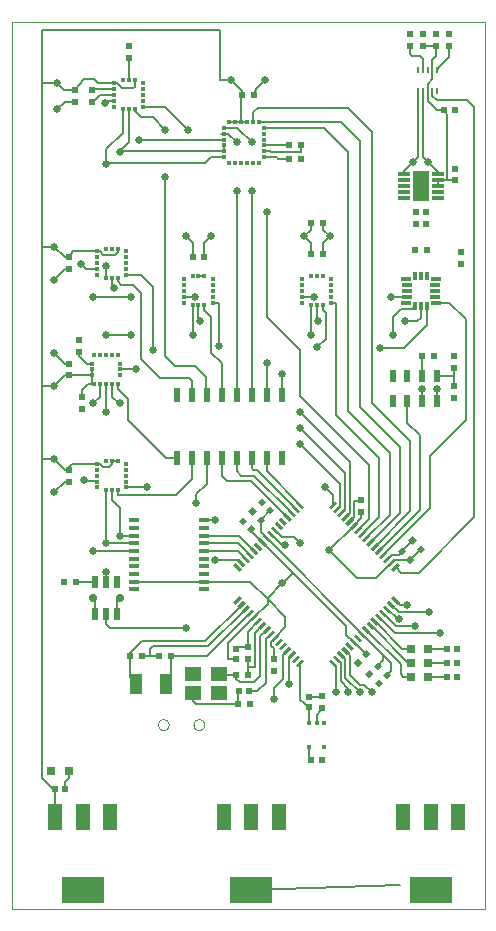
<source format=gtl>
G75*
G70*
%OFA0B0*%
%FSLAX24Y24*%
%IPPOS*%
%LPD*%
%AMOC8*
5,1,8,0,0,1.08239X$1,22.5*
%
%ADD10C,0.0000*%
%ADD11R,0.0089X0.0236*%
%ADD12R,0.0197X0.0197*%
%ADD13R,0.0136X0.0177*%
%ADD14R,0.0177X0.0136*%
%ADD15R,0.0217X0.0413*%
%ADD16R,0.0118X0.0157*%
%ADD17R,0.0217X0.0236*%
%ADD18R,0.0341X0.0118*%
%ADD19R,0.0364X0.0118*%
%ADD20R,0.0118X0.0315*%
%ADD21R,0.0106X0.0295*%
%ADD22R,0.0197X0.0197*%
%ADD23R,0.0236X0.0217*%
%ADD24R,0.0394X0.0709*%
%ADD25R,0.0551X0.0472*%
%ADD26R,0.0315X0.0315*%
%ADD27R,0.0480X0.0880*%
%ADD28R,0.1417X0.0866*%
%ADD29R,0.0335X0.0157*%
%ADD30R,0.0118X0.0170*%
%ADD31R,0.0118X0.0177*%
%ADD32R,0.0170X0.0118*%
%ADD33R,0.0177X0.0118*%
%ADD34R,0.0236X0.0500*%
%ADD35R,0.0217X0.0394*%
%ADD36R,0.0394X0.0118*%
%ADD37R,0.0551X0.1024*%
%ADD38C,0.0060*%
%ADD39C,0.0250*%
%ADD40C,0.0280*%
D10*
X000852Y002089D02*
X000862Y031636D01*
X016610Y031636D01*
X016610Y002099D01*
X000852Y002089D01*
X005725Y008229D02*
X005727Y008255D01*
X005733Y008281D01*
X005743Y008306D01*
X005756Y008329D01*
X005772Y008349D01*
X005792Y008367D01*
X005814Y008382D01*
X005837Y008394D01*
X005863Y008402D01*
X005889Y008406D01*
X005915Y008406D01*
X005941Y008402D01*
X005967Y008394D01*
X005991Y008382D01*
X006012Y008367D01*
X006032Y008349D01*
X006048Y008329D01*
X006061Y008306D01*
X006071Y008281D01*
X006077Y008255D01*
X006079Y008229D01*
X006077Y008203D01*
X006071Y008177D01*
X006061Y008152D01*
X006048Y008129D01*
X006032Y008109D01*
X006012Y008091D01*
X005990Y008076D01*
X005967Y008064D01*
X005941Y008056D01*
X005915Y008052D01*
X005889Y008052D01*
X005863Y008056D01*
X005837Y008064D01*
X005813Y008076D01*
X005792Y008091D01*
X005772Y008109D01*
X005756Y008129D01*
X005743Y008152D01*
X005733Y008177D01*
X005727Y008203D01*
X005725Y008229D01*
X006906Y008229D02*
X006908Y008255D01*
X006914Y008281D01*
X006924Y008306D01*
X006937Y008329D01*
X006953Y008349D01*
X006973Y008367D01*
X006995Y008382D01*
X007018Y008394D01*
X007044Y008402D01*
X007070Y008406D01*
X007096Y008406D01*
X007122Y008402D01*
X007148Y008394D01*
X007172Y008382D01*
X007193Y008367D01*
X007213Y008349D01*
X007229Y008329D01*
X007242Y008306D01*
X007252Y008281D01*
X007258Y008255D01*
X007260Y008229D01*
X007258Y008203D01*
X007252Y008177D01*
X007242Y008152D01*
X007229Y008129D01*
X007213Y008109D01*
X007193Y008091D01*
X007171Y008076D01*
X007148Y008064D01*
X007122Y008056D01*
X007096Y008052D01*
X007070Y008052D01*
X007044Y008056D01*
X007018Y008064D01*
X006994Y008076D01*
X006973Y008091D01*
X006953Y008109D01*
X006937Y008129D01*
X006924Y008152D01*
X006914Y008177D01*
X006908Y008203D01*
X006906Y008229D01*
D11*
X014400Y029334D03*
X014558Y029334D03*
X014715Y029334D03*
X014873Y029334D03*
X015030Y029334D03*
X015030Y030043D03*
X014873Y030043D03*
X014715Y030043D03*
X014558Y030043D03*
X014400Y030043D03*
D12*
X014555Y030842D03*
X014555Y031235D03*
X014112Y031235D03*
X014112Y030842D03*
X014992Y030842D03*
X014992Y031235D03*
X015421Y031237D03*
X015421Y030843D03*
X015245Y028709D03*
X015639Y028709D03*
X015632Y026765D03*
X015632Y026372D03*
X014689Y024039D03*
X014295Y024039D03*
X015812Y023975D03*
X015812Y023582D03*
X015582Y020515D03*
X015582Y020122D03*
X015582Y019525D03*
X015582Y019132D03*
X014926Y020519D03*
X014532Y020519D03*
X011219Y023909D03*
X010825Y023909D03*
X010825Y024959D03*
X011219Y024959D03*
X010499Y027069D03*
X010105Y027069D03*
X010085Y027539D03*
X010479Y027539D03*
X008919Y029219D03*
X008525Y029219D03*
X004752Y030442D03*
X004752Y030835D03*
X003512Y029390D03*
X003512Y028997D03*
X002952Y028997D03*
X002952Y029390D03*
X002762Y023805D03*
X002762Y023412D03*
X003082Y021055D03*
X003082Y020662D03*
X002762Y020265D03*
X002762Y019872D03*
X003182Y019135D03*
X003182Y018742D03*
X002762Y016725D03*
X002762Y016332D03*
X002588Y012970D03*
X002982Y012970D03*
X004795Y010529D03*
X005189Y010529D03*
X005755Y010529D03*
X006149Y010529D03*
X008325Y009899D03*
X008719Y009899D03*
X008720Y010412D03*
X008720Y010805D03*
X009582Y010415D03*
X009582Y010022D03*
X008789Y008919D03*
X008395Y008919D03*
X010812Y007039D03*
X011205Y007039D03*
X011200Y008792D03*
X011200Y009185D03*
X012502Y015322D03*
X012502Y015715D03*
X007269Y023819D03*
X006875Y023819D03*
D13*
X006875Y023171D03*
X007072Y023171D03*
X007269Y023171D03*
X007269Y022206D03*
X007072Y022206D03*
X006875Y022206D03*
X004384Y023126D03*
X004187Y023126D03*
X003990Y023126D03*
X003990Y024091D03*
X004187Y024091D03*
X004384Y024091D03*
X004386Y020551D03*
X004189Y020551D03*
X003992Y020551D03*
X003795Y020551D03*
X003599Y020551D03*
X003599Y019586D03*
X003795Y019586D03*
X003992Y019586D03*
X004189Y019586D03*
X004386Y019586D03*
X004386Y017011D03*
X004189Y017011D03*
X003992Y017011D03*
X003992Y016046D03*
X004189Y016046D03*
X004386Y016046D03*
X010825Y022206D03*
X011022Y022206D03*
X011219Y022206D03*
X011219Y023171D03*
X011022Y023171D03*
X010825Y023171D03*
X004949Y028741D03*
X004752Y028741D03*
X004555Y028741D03*
X004555Y029706D03*
X004752Y029706D03*
X004949Y029706D03*
D14*
X005234Y029617D03*
X005234Y029420D03*
X005234Y029224D03*
X005234Y029027D03*
X005234Y028830D03*
X004270Y028830D03*
X004270Y029027D03*
X004270Y029224D03*
X004270Y029420D03*
X004270Y029617D03*
X004669Y024002D03*
X004669Y023805D03*
X004669Y023609D03*
X004669Y023412D03*
X004669Y023215D03*
X003705Y023215D03*
X003705Y023412D03*
X003705Y023609D03*
X003705Y023805D03*
X003705Y024002D03*
X006590Y023082D03*
X006590Y022885D03*
X006590Y022689D03*
X006590Y022492D03*
X006590Y022295D03*
X007554Y022295D03*
X007554Y022492D03*
X007554Y022689D03*
X007554Y022885D03*
X007554Y023082D03*
X004474Y020265D03*
X004474Y020069D03*
X004474Y019872D03*
X003510Y019872D03*
X003510Y020069D03*
X003510Y020265D03*
X003707Y016922D03*
X003707Y016725D03*
X003707Y016529D03*
X003707Y016332D03*
X003707Y016135D03*
X004671Y016135D03*
X004671Y016332D03*
X004671Y016529D03*
X004671Y016725D03*
X004671Y016922D03*
X010540Y022295D03*
X010540Y022492D03*
X010540Y022689D03*
X010540Y022885D03*
X010540Y023082D03*
X011504Y023082D03*
X011504Y022885D03*
X011504Y022689D03*
X011504Y022492D03*
X011504Y022295D03*
D15*
X013549Y019856D03*
X014041Y019856D03*
X014533Y019856D03*
X015025Y019856D03*
X015025Y019010D03*
X014533Y019010D03*
X014041Y019010D03*
X013549Y019010D03*
D16*
X011264Y008282D03*
X011008Y008282D03*
X010753Y008282D03*
X010753Y007495D03*
X011264Y007495D03*
D17*
X010747Y008821D03*
X010747Y009156D03*
X008312Y010431D03*
X008312Y010766D03*
D18*
X014003Y022295D03*
X014003Y023082D03*
X014981Y023082D03*
X014981Y022295D03*
D19*
X014970Y022492D03*
X014970Y022689D03*
X014970Y022885D03*
X014015Y022885D03*
X014015Y022689D03*
X014015Y022492D03*
D20*
X014295Y022187D03*
X014492Y022187D03*
X014689Y022187D03*
X014689Y023191D03*
X014492Y023191D03*
X014295Y023191D03*
D21*
G36*
X011491Y015416D02*
X011416Y015491D01*
X011623Y015698D01*
X011698Y015623D01*
X011491Y015416D01*
G37*
G36*
X011630Y015276D02*
X011555Y015351D01*
X011762Y015558D01*
X011837Y015483D01*
X011630Y015276D01*
G37*
G36*
X011769Y015137D02*
X011694Y015212D01*
X011901Y015419D01*
X011976Y015344D01*
X011769Y015137D01*
G37*
G36*
X011908Y014998D02*
X011833Y015073D01*
X012040Y015280D01*
X012115Y015205D01*
X011908Y014998D01*
G37*
G36*
X012047Y014859D02*
X011972Y014934D01*
X012179Y015141D01*
X012254Y015066D01*
X012047Y014859D01*
G37*
G36*
X012186Y014720D02*
X012111Y014795D01*
X012318Y015002D01*
X012393Y014927D01*
X012186Y014720D01*
G37*
G36*
X012326Y014580D02*
X012251Y014655D01*
X012458Y014862D01*
X012533Y014787D01*
X012326Y014580D01*
G37*
G36*
X012465Y014441D02*
X012390Y014516D01*
X012597Y014723D01*
X012672Y014648D01*
X012465Y014441D01*
G37*
G36*
X012604Y014302D02*
X012529Y014377D01*
X012736Y014584D01*
X012811Y014509D01*
X012604Y014302D01*
G37*
G36*
X012743Y014163D02*
X012668Y014238D01*
X012875Y014445D01*
X012950Y014370D01*
X012743Y014163D01*
G37*
G36*
X012882Y014024D02*
X012807Y014099D01*
X013014Y014306D01*
X013089Y014231D01*
X012882Y014024D01*
G37*
G36*
X013022Y013885D02*
X012947Y013960D01*
X013154Y014167D01*
X013229Y014092D01*
X013022Y013885D01*
G37*
G36*
X013161Y013745D02*
X013086Y013820D01*
X013293Y014027D01*
X013368Y013952D01*
X013161Y013745D01*
G37*
G36*
X013300Y013606D02*
X013225Y013681D01*
X013432Y013888D01*
X013507Y013813D01*
X013300Y013606D01*
G37*
G36*
X013439Y013467D02*
X013364Y013542D01*
X013571Y013749D01*
X013646Y013674D01*
X013439Y013467D01*
G37*
G36*
X013578Y013328D02*
X013503Y013403D01*
X013710Y013610D01*
X013785Y013535D01*
X013578Y013328D01*
G37*
G36*
X013785Y012303D02*
X013710Y012228D01*
X013503Y012435D01*
X013578Y012510D01*
X013785Y012303D01*
G37*
G36*
X013364Y012296D02*
X013439Y012371D01*
X013646Y012164D01*
X013571Y012089D01*
X013364Y012296D01*
G37*
G36*
X013225Y012157D02*
X013300Y012232D01*
X013507Y012025D01*
X013432Y011950D01*
X013225Y012157D01*
G37*
G36*
X013086Y012018D02*
X013161Y012093D01*
X013368Y011886D01*
X013293Y011811D01*
X013086Y012018D01*
G37*
G36*
X012947Y011878D02*
X013022Y011953D01*
X013229Y011746D01*
X013154Y011671D01*
X012947Y011878D01*
G37*
G36*
X012807Y011739D02*
X012882Y011814D01*
X013089Y011607D01*
X013014Y011532D01*
X012807Y011739D01*
G37*
G36*
X012668Y011600D02*
X012743Y011675D01*
X012950Y011468D01*
X012875Y011393D01*
X012668Y011600D01*
G37*
G36*
X012529Y011461D02*
X012604Y011536D01*
X012811Y011329D01*
X012736Y011254D01*
X012529Y011461D01*
G37*
G36*
X012390Y011322D02*
X012465Y011397D01*
X012672Y011190D01*
X012597Y011115D01*
X012390Y011322D01*
G37*
G36*
X012251Y011182D02*
X012326Y011257D01*
X012533Y011050D01*
X012458Y010975D01*
X012251Y011182D01*
G37*
G36*
X012111Y011043D02*
X012186Y011118D01*
X012393Y010911D01*
X012318Y010836D01*
X012111Y011043D01*
G37*
G36*
X011972Y010904D02*
X012047Y010979D01*
X012254Y010772D01*
X012179Y010697D01*
X011972Y010904D01*
G37*
G36*
X011833Y010765D02*
X011908Y010840D01*
X012115Y010633D01*
X012040Y010558D01*
X011833Y010765D01*
G37*
G36*
X011694Y010626D02*
X011769Y010701D01*
X011976Y010494D01*
X011901Y010419D01*
X011694Y010626D01*
G37*
G36*
X011555Y010486D02*
X011630Y010561D01*
X011837Y010354D01*
X011762Y010279D01*
X011555Y010486D01*
G37*
G36*
X011416Y010347D02*
X011491Y010422D01*
X011698Y010215D01*
X011623Y010140D01*
X011416Y010347D01*
G37*
G36*
X010523Y010422D02*
X010598Y010347D01*
X010391Y010140D01*
X010316Y010215D01*
X010523Y010422D01*
G37*
G36*
X010384Y010561D02*
X010459Y010486D01*
X010252Y010279D01*
X010177Y010354D01*
X010384Y010561D01*
G37*
G36*
X010244Y010701D02*
X010319Y010626D01*
X010112Y010419D01*
X010037Y010494D01*
X010244Y010701D01*
G37*
G36*
X010105Y010840D02*
X010180Y010765D01*
X009973Y010558D01*
X009898Y010633D01*
X010105Y010840D01*
G37*
G36*
X009966Y010979D02*
X010041Y010904D01*
X009834Y010697D01*
X009759Y010772D01*
X009966Y010979D01*
G37*
G36*
X009827Y011118D02*
X009902Y011043D01*
X009695Y010836D01*
X009620Y010911D01*
X009827Y011118D01*
G37*
G36*
X009688Y011257D02*
X009763Y011182D01*
X009556Y010975D01*
X009481Y011050D01*
X009688Y011257D01*
G37*
G36*
X009549Y011397D02*
X009624Y011322D01*
X009417Y011115D01*
X009342Y011190D01*
X009549Y011397D01*
G37*
G36*
X009409Y011536D02*
X009484Y011461D01*
X009277Y011254D01*
X009202Y011329D01*
X009409Y011536D01*
G37*
G36*
X009270Y011675D02*
X009345Y011600D01*
X009138Y011393D01*
X009063Y011468D01*
X009270Y011675D01*
G37*
G36*
X009131Y011814D02*
X009206Y011739D01*
X008999Y011532D01*
X008924Y011607D01*
X009131Y011814D01*
G37*
G36*
X008992Y011953D02*
X009067Y011878D01*
X008860Y011671D01*
X008785Y011746D01*
X008992Y011953D01*
G37*
G36*
X008853Y012093D02*
X008928Y012018D01*
X008721Y011811D01*
X008646Y011886D01*
X008853Y012093D01*
G37*
G36*
X008713Y012232D02*
X008788Y012157D01*
X008581Y011950D01*
X008506Y012025D01*
X008713Y012232D01*
G37*
G36*
X008574Y012371D02*
X008649Y012296D01*
X008442Y012089D01*
X008367Y012164D01*
X008574Y012371D01*
G37*
G36*
X008435Y012510D02*
X008510Y012435D01*
X008303Y012228D01*
X008228Y012303D01*
X008435Y012510D01*
G37*
G36*
X008510Y013403D02*
X008435Y013328D01*
X008228Y013535D01*
X008303Y013610D01*
X008510Y013403D01*
G37*
G36*
X008649Y013542D02*
X008574Y013467D01*
X008367Y013674D01*
X008442Y013749D01*
X008649Y013542D01*
G37*
G36*
X008788Y013681D02*
X008713Y013606D01*
X008506Y013813D01*
X008581Y013888D01*
X008788Y013681D01*
G37*
G36*
X008928Y013820D02*
X008853Y013745D01*
X008646Y013952D01*
X008721Y014027D01*
X008928Y013820D01*
G37*
G36*
X009067Y013960D02*
X008992Y013885D01*
X008785Y014092D01*
X008860Y014167D01*
X009067Y013960D01*
G37*
G36*
X009206Y014099D02*
X009131Y014024D01*
X008924Y014231D01*
X008999Y014306D01*
X009206Y014099D01*
G37*
G36*
X009345Y014238D02*
X009270Y014163D01*
X009063Y014370D01*
X009138Y014445D01*
X009345Y014238D01*
G37*
G36*
X009484Y014377D02*
X009409Y014302D01*
X009202Y014509D01*
X009277Y014584D01*
X009484Y014377D01*
G37*
G36*
X009624Y014516D02*
X009549Y014441D01*
X009342Y014648D01*
X009417Y014723D01*
X009624Y014516D01*
G37*
G36*
X009763Y014655D02*
X009688Y014580D01*
X009481Y014787D01*
X009556Y014862D01*
X009763Y014655D01*
G37*
G36*
X009902Y014795D02*
X009827Y014720D01*
X009620Y014927D01*
X009695Y015002D01*
X009902Y014795D01*
G37*
G36*
X010041Y014934D02*
X009966Y014859D01*
X009759Y015066D01*
X009834Y015141D01*
X010041Y014934D01*
G37*
G36*
X010180Y015073D02*
X010105Y014998D01*
X009898Y015205D01*
X009973Y015280D01*
X010180Y015073D01*
G37*
G36*
X010319Y015212D02*
X010244Y015137D01*
X010037Y015344D01*
X010112Y015419D01*
X010319Y015212D01*
G37*
G36*
X010459Y015351D02*
X010384Y015276D01*
X010177Y015483D01*
X010252Y015558D01*
X010459Y015351D01*
G37*
G36*
X010598Y015491D02*
X010523Y015416D01*
X010316Y015623D01*
X010391Y015698D01*
X010598Y015491D01*
G37*
D22*
G36*
X009467Y015238D02*
X009329Y015376D01*
X009467Y015514D01*
X009605Y015376D01*
X009467Y015238D01*
G37*
G36*
X009149Y014920D02*
X009011Y015058D01*
X009149Y015196D01*
X009287Y015058D01*
X009149Y014920D01*
G37*
G36*
X008838Y014609D02*
X008700Y014747D01*
X008838Y014885D01*
X008976Y014747D01*
X008838Y014609D01*
G37*
G36*
X008560Y014887D02*
X008422Y015025D01*
X008560Y015163D01*
X008698Y015025D01*
X008560Y014887D01*
G37*
G36*
X008871Y015199D02*
X008733Y015337D01*
X008871Y015475D01*
X009009Y015337D01*
X008871Y015199D01*
G37*
G36*
X009189Y015517D02*
X009051Y015655D01*
X009189Y015793D01*
X009327Y015655D01*
X009189Y015517D01*
G37*
G36*
X012812Y010579D02*
X012674Y010441D01*
X012536Y010579D01*
X012674Y010717D01*
X012812Y010579D01*
G37*
G36*
X013187Y010194D02*
X013049Y010056D01*
X012911Y010194D01*
X013049Y010332D01*
X013187Y010194D01*
G37*
G36*
X013498Y009883D02*
X013360Y009745D01*
X013222Y009883D01*
X013360Y010021D01*
X013498Y009883D01*
G37*
G36*
X013219Y009605D02*
X013081Y009467D01*
X012943Y009605D01*
X013081Y009743D01*
X013219Y009605D01*
G37*
G36*
X012908Y009916D02*
X012770Y009778D01*
X012632Y009916D01*
X012770Y010054D01*
X012908Y009916D01*
G37*
G36*
X012533Y010300D02*
X012395Y010162D01*
X012257Y010300D01*
X012395Y010438D01*
X012533Y010300D01*
G37*
G36*
X014140Y013593D02*
X014002Y013731D01*
X014140Y013869D01*
X014278Y013731D01*
X014140Y013593D01*
G37*
G36*
X013861Y013872D02*
X013723Y014010D01*
X013861Y014148D01*
X013999Y014010D01*
X013861Y013872D01*
G37*
G36*
X014209Y014229D02*
X014071Y014367D01*
X014209Y014505D01*
X014347Y014367D01*
X014209Y014229D01*
G37*
G36*
X014487Y013951D02*
X014349Y014089D01*
X014487Y014227D01*
X014625Y014089D01*
X014487Y013951D01*
G37*
D23*
X015345Y010759D03*
X015345Y010289D03*
X015680Y010289D03*
X015680Y010759D03*
X015680Y009829D03*
X015345Y009829D03*
X008760Y009334D03*
X008425Y009334D03*
X002625Y006089D03*
X002290Y006089D03*
X014325Y024909D03*
X014660Y024909D03*
X014660Y025329D03*
X014325Y025329D03*
D24*
X005984Y009586D03*
X005000Y009586D03*
D25*
X006907Y009271D03*
X006907Y009901D03*
X007773Y009901D03*
X007773Y009271D03*
D26*
X002752Y006679D03*
X002162Y006679D03*
X014147Y009829D03*
X014147Y010289D03*
X014147Y010759D03*
X014737Y010759D03*
X014737Y010289D03*
X014737Y009829D03*
D27*
X014812Y005149D03*
X013902Y005149D03*
X015722Y005149D03*
X009742Y005149D03*
X008832Y005149D03*
X007922Y005149D03*
X004122Y005149D03*
X003212Y005149D03*
X002302Y005149D03*
D28*
X003212Y002709D03*
X008832Y002709D03*
X014812Y002709D03*
D29*
X007244Y012734D03*
X007244Y012990D03*
X007244Y013245D03*
X007244Y013501D03*
X007244Y013757D03*
X007244Y014013D03*
X007244Y014269D03*
X007244Y014525D03*
X007244Y014781D03*
X007244Y015037D03*
X004941Y015037D03*
X004941Y014781D03*
X004941Y014525D03*
X004941Y014269D03*
X004941Y014013D03*
X004941Y013757D03*
X004941Y013501D03*
X004941Y013245D03*
X004941Y012990D03*
X004941Y012734D03*
D30*
X008100Y026955D03*
X009084Y026955D03*
X009084Y028314D03*
X008100Y028314D03*
D31*
X008297Y028314D03*
X008494Y028314D03*
X008691Y028314D03*
X008887Y028314D03*
X008887Y026955D03*
X008691Y026955D03*
X008494Y026955D03*
X008297Y026955D03*
D32*
X007913Y027142D03*
X007913Y028127D03*
X009271Y028127D03*
X009271Y027142D03*
D33*
X009271Y027339D03*
X009271Y027536D03*
X009271Y027733D03*
X009271Y027930D03*
X007913Y027930D03*
X007913Y027733D03*
X007913Y027536D03*
X007913Y027339D03*
D34*
X007842Y019212D03*
X008342Y019212D03*
X008842Y019212D03*
X009342Y019212D03*
X009842Y019212D03*
X009842Y017105D03*
X009342Y017105D03*
X008842Y017105D03*
X008342Y017105D03*
X007842Y017105D03*
X007342Y017105D03*
X006842Y017105D03*
X006342Y017105D03*
X006342Y019212D03*
X006842Y019212D03*
X007342Y019212D03*
D35*
X004366Y012970D03*
X003992Y012970D03*
X003618Y012970D03*
X003618Y011907D03*
X003992Y011907D03*
X004366Y011907D03*
D36*
X013941Y025785D03*
X013941Y025982D03*
X013941Y026179D03*
X013941Y026375D03*
X013941Y026572D03*
X015043Y026572D03*
X015043Y026375D03*
X015043Y026179D03*
X015043Y025982D03*
X015043Y025785D03*
D37*
X014492Y026179D03*
D38*
X015043Y026179D02*
X015043Y026375D01*
X015046Y026373D01*
X015352Y026373D01*
X015352Y028543D01*
X015245Y028709D01*
X015018Y028709D01*
X014715Y029011D01*
X014715Y029334D01*
X014712Y029337D01*
X014712Y029599D01*
X014873Y029759D01*
X014873Y030043D01*
X014873Y030399D01*
X014992Y030519D01*
X014992Y030842D01*
X014555Y030842D01*
X014472Y030509D02*
X014202Y030509D01*
X014112Y030599D01*
X014112Y030842D01*
X014472Y030509D02*
X014558Y030423D01*
X014558Y030043D01*
X015030Y030043D02*
X015077Y030141D01*
X015421Y030485D01*
X015421Y030843D01*
X014992Y031235D02*
X014994Y031237D01*
X014873Y029334D02*
X014873Y029188D01*
X015022Y029039D01*
X016032Y029039D01*
X016262Y028809D01*
X016262Y015149D01*
X014412Y013299D01*
X013815Y013299D01*
X013644Y013469D01*
X013505Y013608D02*
X013626Y013729D01*
X014142Y013729D01*
X014140Y013731D01*
X014487Y014089D01*
X014209Y014367D02*
X014167Y014399D01*
X014209Y014367D02*
X013861Y014020D01*
X013861Y014010D01*
X013750Y013899D01*
X013518Y013899D01*
X013366Y013747D01*
X013505Y013608D02*
X013006Y013109D01*
X012362Y013109D01*
X011432Y014039D01*
X012252Y014859D01*
X012252Y014861D01*
X012502Y015110D01*
X012502Y015322D01*
X012252Y015139D02*
X012113Y015000D01*
X011974Y015139D02*
X012112Y015277D01*
X012112Y016989D01*
X010462Y018639D01*
X010462Y019169D02*
X010462Y020709D01*
X009342Y021829D01*
X009342Y021999D01*
X009342Y022189D01*
X009342Y025309D01*
X008842Y026009D02*
X008842Y019212D01*
X008342Y019212D02*
X008342Y026009D01*
X007913Y027142D02*
X007486Y027142D01*
X007280Y026936D01*
X004120Y026936D01*
X003992Y026919D01*
X003992Y027409D01*
X004552Y027959D01*
X004552Y028581D01*
X004555Y028741D01*
X004752Y028741D02*
X004752Y027649D01*
X004442Y027339D01*
X004442Y027329D01*
X004443Y027339D01*
X007913Y027339D01*
X007913Y027536D01*
X007913Y027733D02*
X005107Y027733D01*
X005162Y028469D02*
X004949Y028682D01*
X004949Y028741D01*
X005162Y028469D02*
X005552Y028469D01*
X005962Y028059D01*
X006732Y028059D02*
X005961Y028830D01*
X005234Y028830D01*
X005393Y028829D01*
X004902Y029449D02*
X004949Y029495D01*
X004949Y029706D01*
X004752Y029706D02*
X004752Y030442D01*
X004357Y029617D02*
X004525Y029449D01*
X004902Y029449D01*
X004357Y029617D02*
X004270Y029617D01*
X003724Y029617D01*
X003601Y029740D01*
X003242Y029740D01*
X002952Y029390D01*
X002600Y029390D01*
X002372Y029619D01*
X001862Y029619D01*
X001862Y031369D01*
X007792Y031369D01*
X007792Y029709D01*
X008172Y029709D01*
X008525Y029355D01*
X008525Y029219D01*
X008494Y029187D01*
X008494Y028314D01*
X008691Y028314D01*
X008887Y028314D02*
X008887Y028644D01*
X009042Y028799D01*
X012062Y028799D01*
X012862Y027999D01*
X012862Y018941D01*
X014122Y017681D01*
X014122Y015338D01*
X012948Y014165D01*
X012809Y014304D02*
X013782Y015277D01*
X013782Y017489D01*
X012462Y018809D01*
X012462Y027669D01*
X011819Y028312D01*
X009084Y028314D01*
X009271Y028127D02*
X011254Y028127D01*
X012062Y027319D01*
X012062Y018676D01*
X013442Y017296D01*
X013442Y015215D01*
X012670Y014443D01*
X012531Y014582D02*
X013102Y015154D01*
X013102Y017104D01*
X011662Y018544D01*
X011662Y022259D01*
X011626Y022295D01*
X011504Y022295D01*
X011219Y022049D02*
X011322Y021946D01*
X011322Y021099D01*
X011032Y020809D01*
X010832Y021229D02*
X010825Y021275D01*
X010825Y022206D01*
X011022Y022206D02*
X011022Y021699D01*
X011072Y021669D01*
X011219Y022049D02*
X011219Y022206D01*
X010922Y022493D02*
X010540Y022492D01*
X010825Y023909D02*
X010825Y024285D01*
X010602Y024509D01*
X010825Y024732D01*
X010825Y024959D01*
X011219Y024959D02*
X011219Y024732D01*
X011442Y024509D01*
X011219Y024285D01*
X011219Y023909D01*
X013482Y022493D02*
X014015Y022492D01*
X014295Y022187D02*
X014197Y022088D01*
X013832Y022088D01*
X013552Y021809D01*
X013552Y021229D01*
X013922Y020789D02*
X013112Y020789D01*
X013922Y020789D02*
X014689Y021555D01*
X014689Y022187D01*
X014492Y022187D02*
X014492Y021789D01*
X014372Y021669D01*
X013962Y021669D01*
X014532Y020519D02*
X014533Y019856D01*
X014532Y019433D02*
X014533Y019318D01*
X014533Y019010D01*
X015025Y019010D02*
X015025Y019433D01*
X015043Y019839D02*
X015582Y019839D01*
X015582Y019525D01*
X015582Y019839D02*
X015582Y020122D01*
X015043Y019839D02*
X015025Y019856D01*
X014041Y019010D02*
X014041Y018295D01*
X014462Y017874D01*
X014462Y015400D01*
X013088Y014026D01*
X013227Y013886D02*
X014802Y015462D01*
X014802Y017189D01*
X015982Y018369D01*
X015982Y021749D01*
X015436Y022295D01*
X014981Y022295D01*
X015352Y026373D02*
X015632Y026372D01*
X015043Y026572D02*
X015043Y026660D01*
X014725Y026979D01*
X014558Y027146D01*
X014558Y029334D01*
X014400Y029334D02*
X014400Y027146D01*
X014233Y026979D01*
X013941Y026687D01*
X013941Y026572D01*
X010479Y027319D02*
X009502Y027319D01*
X009481Y027339D01*
X009271Y027339D01*
X009271Y027142D02*
X009678Y027142D01*
X009732Y027089D01*
X010026Y027089D01*
X010105Y027069D01*
X010479Y027319D02*
X010479Y027539D01*
X010085Y027539D02*
X010026Y027536D01*
X009271Y027536D01*
X008842Y027635D02*
X008350Y028127D01*
X007913Y028127D01*
X007913Y027930D02*
X008047Y027930D01*
X008342Y027635D01*
X007913Y027930D02*
X007816Y027929D01*
X008100Y028314D02*
X008297Y028314D01*
X008494Y028314D01*
X008919Y029219D02*
X008978Y029405D01*
X009282Y029709D01*
X005962Y026469D02*
X005962Y020509D01*
X006302Y020169D01*
X006962Y020169D01*
X007322Y019809D01*
X007322Y019232D01*
X007342Y019212D01*
X006842Y019212D02*
X006842Y019679D01*
X006752Y019769D01*
X005802Y019769D01*
X005162Y020409D01*
X005162Y022629D01*
X004892Y022899D01*
X004502Y022899D01*
X004396Y023005D01*
X004384Y023126D01*
X004187Y023126D02*
X004189Y022852D01*
X004272Y022769D01*
X003990Y023126D02*
X003992Y023509D01*
X003705Y023412D02*
X003329Y023412D01*
X003172Y023569D01*
X002762Y023412D02*
X002625Y023412D01*
X002272Y023059D01*
X002625Y023805D02*
X002762Y023805D01*
X002900Y024002D01*
X003705Y024002D01*
X003792Y024002D01*
X003895Y023899D01*
X004292Y023899D01*
X004384Y023990D01*
X004384Y024091D01*
X004669Y023215D02*
X005161Y023215D01*
X005562Y022814D01*
X005562Y020709D01*
X004982Y020069D02*
X004474Y020069D01*
X004386Y019586D02*
X004386Y019425D01*
X004722Y019089D01*
X004722Y018369D01*
X005985Y017105D01*
X006342Y017105D01*
X006842Y017105D02*
X006842Y016419D01*
X006312Y015889D01*
X004386Y015889D01*
X004386Y016046D01*
X004189Y016046D02*
X004189Y015702D01*
X004442Y015449D01*
X004442Y014529D01*
X004937Y014529D01*
X004941Y014525D01*
X004941Y014269D02*
X004800Y014269D01*
X003992Y014269D01*
X003992Y016046D01*
X003992Y016046D01*
X003707Y016332D02*
X003707Y016339D01*
X003302Y016339D01*
X003252Y016389D01*
X003609Y016922D02*
X003707Y016922D01*
X003789Y016922D01*
X003892Y016829D01*
X004102Y016829D01*
X004189Y016915D01*
X004189Y017011D01*
X004192Y017011D01*
X004189Y017011D02*
X004386Y017011D01*
X003707Y016922D02*
X002860Y016922D01*
X002762Y016825D01*
X002762Y016725D01*
X002625Y016725D01*
X002272Y017079D01*
X001862Y017079D01*
X001862Y019519D01*
X002272Y019519D01*
X002625Y019872D01*
X002762Y019872D01*
X003510Y019872D01*
X003510Y019586D01*
X003599Y019586D01*
X003390Y019586D01*
X003182Y019379D01*
X003182Y019135D01*
X003542Y018939D02*
X003572Y018939D01*
X003795Y019162D01*
X003795Y019586D01*
X003992Y019586D02*
X003992Y018659D01*
X004412Y018939D02*
X004442Y018939D01*
X004412Y018939D02*
X004189Y019162D01*
X004189Y019586D01*
X003510Y019872D02*
X003510Y020069D01*
X003510Y020265D02*
X003342Y020265D01*
X003082Y020526D01*
X003082Y020662D01*
X002762Y020265D02*
X002625Y020265D01*
X002272Y020619D01*
X001862Y019519D02*
X001862Y024159D01*
X002272Y024159D01*
X002625Y023805D01*
X001862Y024159D02*
X001862Y029619D01*
X002610Y028997D02*
X002372Y028759D01*
X002610Y028997D02*
X002952Y028997D01*
X003512Y028997D02*
X003560Y028997D01*
X003787Y029224D01*
X004270Y029224D01*
X004272Y029029D02*
X004042Y029029D01*
X003962Y028949D01*
X004270Y029027D02*
X004272Y029029D01*
X004270Y029420D02*
X003541Y029420D01*
X003512Y029390D01*
X006652Y024509D02*
X006875Y024285D01*
X006875Y023819D01*
X007269Y023819D02*
X007269Y024285D01*
X007492Y024509D01*
X007269Y023171D02*
X007072Y023171D01*
X006972Y022493D02*
X006590Y022492D01*
X006875Y022206D02*
X006875Y021275D01*
X006882Y021229D01*
X007112Y021669D02*
X007072Y021709D01*
X007072Y022206D01*
X007269Y022206D02*
X007269Y022042D01*
X007502Y021809D01*
X007502Y020609D01*
X007842Y020269D01*
X007842Y019212D01*
X009342Y019212D02*
X009342Y020299D01*
X009842Y019909D02*
X009842Y019212D01*
X010462Y019169D02*
X012762Y016869D01*
X012762Y015092D01*
X012392Y014721D01*
X012252Y015139D02*
X012252Y015669D01*
X012272Y015689D01*
X012475Y015689D01*
X012502Y015715D01*
X011952Y015396D02*
X011835Y015278D01*
X011952Y015396D02*
X011952Y016619D01*
X010462Y018109D01*
X010462Y017579D02*
X011792Y016249D01*
X011792Y015514D01*
X011696Y015417D01*
X011557Y015557D02*
X011557Y015881D01*
X011302Y016135D01*
X010457Y015557D02*
X009342Y016671D01*
X009342Y017105D01*
X009017Y016719D02*
X008902Y016719D01*
X008842Y016779D01*
X008842Y017105D01*
X009017Y016719D02*
X010318Y015417D01*
X010178Y015278D02*
X008928Y016529D01*
X008492Y016529D01*
X008342Y016679D01*
X008342Y017105D01*
X007842Y017105D02*
X007842Y016529D01*
X008032Y016339D01*
X008840Y016339D01*
X010039Y015139D01*
X009622Y014721D02*
X009845Y014499D01*
X010242Y014499D01*
X010472Y014269D01*
X009970Y014216D02*
X009849Y014216D01*
X009483Y014582D01*
X009343Y014443D02*
X009149Y014637D01*
X009149Y015058D01*
X009467Y015376D01*
X008838Y014747D02*
X008880Y014628D01*
X009204Y014304D01*
X010216Y013292D01*
X009882Y012959D01*
X009882Y012959D01*
X009872Y012949D02*
X009377Y012454D01*
X009377Y012414D01*
X008801Y012990D01*
X007244Y012990D01*
X004941Y012990D01*
X004442Y012439D02*
X004366Y012373D01*
X004366Y011907D01*
X003992Y011907D02*
X003992Y011589D01*
X004122Y011459D01*
X006672Y011459D01*
X007297Y011019D02*
X005202Y011019D01*
X004795Y010612D01*
X004795Y010529D01*
X004795Y009829D01*
X005000Y009586D01*
X005189Y010529D02*
X005462Y010529D01*
X005462Y010759D01*
X005542Y010839D01*
X007395Y010839D01*
X008647Y012091D01*
X008508Y012230D02*
X007297Y011019D01*
X007364Y010529D02*
X006149Y010529D01*
X006149Y009849D01*
X005984Y009586D01*
X005755Y010529D02*
X005462Y010529D01*
X006907Y009271D02*
X006907Y009014D01*
X007002Y008919D01*
X008395Y008919D01*
X008395Y009304D01*
X008425Y009334D01*
X008452Y009639D02*
X008325Y009765D01*
X008325Y009899D01*
X007776Y009899D01*
X007773Y009901D01*
X008072Y010429D02*
X008072Y010959D01*
X008926Y011812D01*
X009377Y012264D01*
X009377Y012414D01*
X009972Y011819D01*
X009972Y011467D01*
X009622Y011116D01*
X009502Y010997D01*
X009502Y010859D01*
X009582Y010779D01*
X009582Y010415D01*
X009892Y010552D02*
X009892Y009759D01*
X009592Y009459D01*
X009592Y009099D01*
X009312Y009629D02*
X009312Y011085D01*
X009483Y011256D01*
X009479Y011256D01*
X009343Y011390D02*
X009343Y011395D01*
X009132Y011184D01*
X009132Y009849D01*
X008922Y009639D01*
X008452Y009639D01*
X008719Y009899D02*
X008720Y009957D01*
X008720Y010149D01*
X008968Y010149D01*
X008968Y011298D01*
X009204Y011534D01*
X009198Y011534D01*
X009065Y011673D02*
X008720Y011328D01*
X008720Y010805D01*
X008352Y010805D01*
X008312Y010766D01*
X008312Y010431D02*
X008075Y010431D01*
X008072Y010429D01*
X007364Y010529D02*
X008787Y011952D01*
X008720Y010412D02*
X008720Y010149D01*
X009312Y009629D02*
X009017Y009334D01*
X008760Y009334D01*
X009892Y010552D02*
X010039Y010699D01*
X010178Y010560D02*
X010082Y010463D01*
X010082Y009599D01*
X010457Y009036D02*
X010747Y008821D01*
X010742Y008728D01*
X010742Y008299D01*
X010753Y008288D01*
X010753Y008282D01*
X011008Y008282D02*
X011008Y008541D01*
X011200Y008792D01*
X011170Y009156D02*
X010747Y009156D01*
X010457Y009036D02*
X010457Y010281D01*
X011557Y010281D02*
X011672Y010169D01*
X011672Y009971D01*
X011672Y009495D01*
X011672Y009309D01*
X011822Y009679D02*
X012072Y009429D01*
X012072Y009309D01*
X012452Y009309D02*
X011972Y009789D01*
X011972Y010422D01*
X011835Y010560D01*
X011974Y010699D02*
X012112Y010561D01*
X012112Y009889D01*
X012452Y009549D01*
X012602Y009549D01*
X012842Y009309D01*
X012872Y009309D01*
X012472Y009309D02*
X012452Y009309D01*
X011822Y009679D02*
X011822Y010294D01*
X011696Y010420D01*
X012252Y010977D02*
X012651Y010579D01*
X012674Y010579D01*
X012392Y011109D02*
X012392Y011116D01*
X012531Y011240D02*
X012541Y011240D01*
X013227Y010554D01*
X013227Y010373D01*
X013049Y010194D01*
X013227Y010554D02*
X013482Y010299D01*
X013482Y010005D01*
X013360Y009883D01*
X013360Y009936D01*
X013822Y009909D02*
X013902Y009829D01*
X014147Y009829D01*
X013822Y009909D02*
X013822Y010243D01*
X012670Y011395D01*
X012809Y011534D02*
X014055Y010289D01*
X014147Y010289D01*
X014147Y010759D02*
X013863Y010759D01*
X012948Y011673D01*
X013088Y011812D02*
X013632Y011268D01*
X015112Y011268D01*
X015345Y010759D02*
X014737Y010759D01*
X014737Y010289D02*
X015345Y010289D01*
X015345Y009829D02*
X014737Y009829D01*
X014292Y011506D02*
X013672Y011506D01*
X013227Y011952D01*
X013366Y012091D02*
X013712Y011745D01*
X013772Y011739D01*
X013762Y011973D02*
X014762Y011973D01*
X014012Y012211D02*
X013802Y012211D01*
X013644Y012369D01*
X013505Y012230D02*
X013762Y011973D01*
X012531Y011256D02*
X009343Y014443D01*
X008926Y014026D02*
X008426Y014525D01*
X007244Y014525D01*
X007244Y014269D02*
X008404Y014269D01*
X008787Y013886D01*
X008647Y013747D02*
X008381Y014013D01*
X007244Y014013D01*
X007612Y013719D02*
X008397Y013719D01*
X008508Y013608D01*
X008387Y013729D01*
X008516Y013879D02*
X008647Y013747D01*
X007612Y015039D02*
X007570Y015037D01*
X007244Y015037D01*
X007002Y015609D02*
X007002Y015919D01*
X007342Y016259D01*
X007342Y017105D01*
X005372Y016135D02*
X004671Y016135D01*
X002762Y016332D02*
X002625Y016332D01*
X002272Y015979D01*
X001862Y017079D02*
X001862Y006446D01*
X002220Y006089D01*
X002290Y006089D01*
X002290Y005161D01*
X002302Y005149D01*
X002625Y006089D02*
X002625Y006321D01*
X002752Y006449D01*
X002752Y006679D01*
X003618Y011907D02*
X003618Y012393D01*
X003542Y012439D01*
X003618Y012970D02*
X002982Y012970D01*
X003542Y014019D02*
X004935Y014019D01*
X004941Y014013D01*
X003992Y013309D02*
X003992Y012970D01*
X010216Y013292D02*
X012002Y011506D01*
X012002Y011227D01*
X012252Y010977D01*
X012531Y011240D02*
X012531Y011256D01*
X011200Y009185D02*
X011170Y009156D01*
X010753Y007495D02*
X010753Y007098D01*
X010812Y007039D01*
X008832Y002709D02*
X013782Y002889D01*
X013802Y002869D01*
X013861Y014010D02*
X013820Y014046D01*
X007762Y020859D02*
X007762Y022245D01*
X007712Y022295D01*
X007554Y022295D01*
X004812Y022493D02*
X003542Y022493D01*
X004669Y023215D02*
X004756Y023215D01*
X004812Y021229D02*
X003992Y021229D01*
D39*
X003992Y021229D03*
X004812Y021229D03*
X005562Y020709D03*
X004982Y020069D03*
X004442Y018939D03*
X003992Y018659D03*
X003542Y018939D03*
X002272Y019519D03*
X002272Y020619D03*
X003542Y022493D03*
X004272Y022769D03*
X004812Y022493D03*
X003992Y023509D03*
X003172Y023569D03*
X002272Y023059D03*
X002272Y024159D03*
X003992Y026919D03*
X004442Y027329D03*
X005107Y027733D03*
X005962Y028059D03*
X006732Y028059D03*
X005962Y026469D03*
X006652Y024509D03*
X007492Y024509D03*
X008342Y026009D03*
X008842Y026009D03*
X009342Y025309D03*
X010602Y024509D03*
X011442Y024509D03*
X010922Y022493D03*
X011072Y021669D03*
X010832Y021229D03*
X011032Y020809D03*
X009842Y019909D03*
X009342Y020299D03*
X010462Y018639D03*
X010462Y018109D03*
X010462Y017579D03*
X011302Y016135D03*
X010472Y014269D03*
X009970Y014216D03*
X009872Y012949D03*
X011432Y014039D03*
X013772Y011739D03*
X014012Y012211D03*
X014292Y011506D03*
X014762Y011973D03*
X015112Y011268D03*
X012872Y009309D03*
X012472Y009309D03*
X012072Y009309D03*
X011672Y009309D03*
X010082Y009599D03*
X009592Y009099D03*
X006672Y011459D03*
X007612Y013719D03*
X007612Y015039D03*
X007002Y015609D03*
X005372Y016135D03*
X004442Y014529D03*
X003992Y014269D03*
X003542Y014019D03*
X003992Y013309D03*
X002272Y015979D03*
X003252Y016389D03*
X002272Y017079D03*
X006882Y021229D03*
X007112Y021669D03*
X007762Y020859D03*
X006972Y022493D03*
X008342Y027635D03*
X008842Y027635D03*
X009282Y029709D03*
X008172Y029709D03*
X003962Y028949D03*
X002372Y028759D03*
X002372Y029619D03*
X013112Y020789D03*
X013552Y021229D03*
X013962Y021669D03*
X013482Y022493D03*
X014532Y019433D03*
X015025Y019433D03*
X014725Y026979D03*
X014233Y026979D03*
D40*
X004442Y012439D03*
X003542Y012439D03*
M02*

</source>
